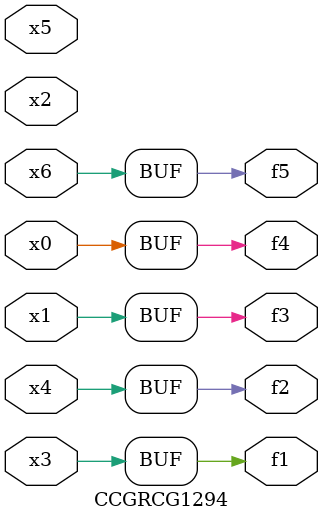
<source format=v>
module CCGRCG1294(
	input x0, x1, x2, x3, x4, x5, x6,
	output f1, f2, f3, f4, f5
);
	assign f1 = x3;
	assign f2 = x4;
	assign f3 = x1;
	assign f4 = x0;
	assign f5 = x6;
endmodule

</source>
